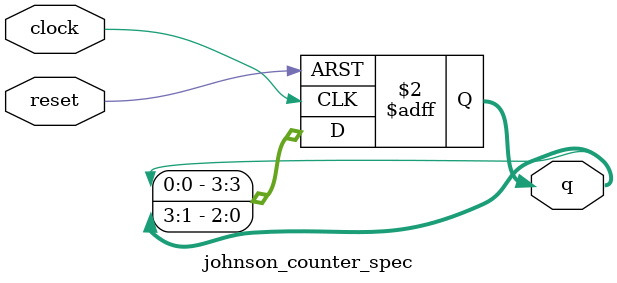
<source format=v>
module johnson_counter_spec(input [0:0] clock, input [0:0] reset, output reg [3:0] q);
    always @ (posedge clock or posedge reset) begin
        if (reset)
            q <= 4'b0001; // Reset state
        else
            q <= {q[0], q[3:1]}; // Right shift with feedback
    end
endmodule

</source>
